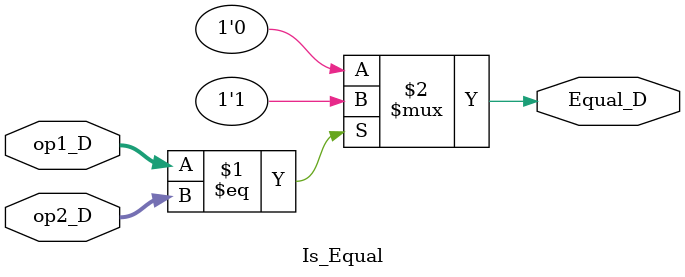
<source format=v>
module Is_Equal (op1_D,op2_D,Equal_D);
input [31:0] op1_D,op2_D;
output Equal_D;

assign Equal_D =(op1_D == op2_D)?1'b1:1'b0;

endmodule
</source>
